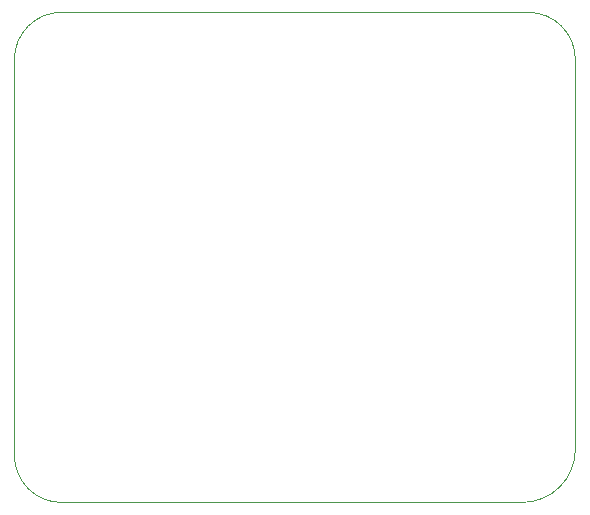
<source format=gbr>
%TF.GenerationSoftware,KiCad,Pcbnew,8.0.5-8.0.5-0~ubuntu22.04.1*%
%TF.CreationDate,2024-10-15T17:57:52+03:00*%
%TF.ProjectId,sc,73632e6b-6963-4616-945f-706362585858,rev?*%
%TF.SameCoordinates,Original*%
%TF.FileFunction,Profile,NP*%
%FSLAX46Y46*%
G04 Gerber Fmt 4.6, Leading zero omitted, Abs format (unit mm)*
G04 Created by KiCad (PCBNEW 8.0.5-8.0.5-0~ubuntu22.04.1) date 2024-10-15 17:57:52*
%MOMM*%
%LPD*%
G01*
G04 APERTURE LIST*
%TA.AperFunction,Profile*%
%ADD10C,0.050000*%
%TD*%
G04 APERTURE END LIST*
D10*
X120000000Y-104500000D02*
G75*
G02*
X116000000Y-100500000I0J4000000D01*
G01*
X116000000Y-67000000D02*
G75*
G02*
X120000000Y-63000000I4000000J0D01*
G01*
X163500000Y-100000000D02*
G75*
G02*
X159000000Y-104500000I-4500000J0D01*
G01*
X159500000Y-63000000D02*
G75*
G02*
X163500000Y-67000000I0J-4000000D01*
G01*
X120000000Y-104500000D02*
X159000000Y-104500000D01*
X116000000Y-67000000D02*
X116000000Y-100500000D01*
X159500000Y-63000000D02*
X120000000Y-63000000D01*
X163500000Y-100000000D02*
X163500000Y-67000000D01*
M02*

</source>
